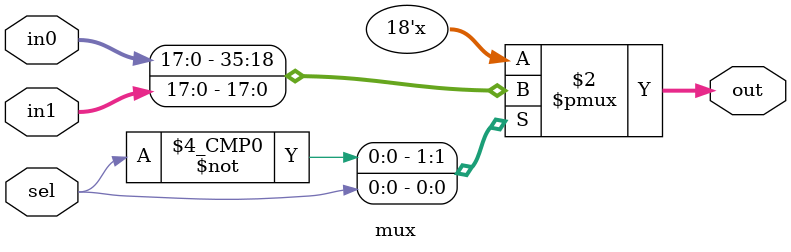
<source format=v>
module mux (in0, in1, sel, out);
parameter N = 18;
input [N-1:0] in0, in1;
input sel;
output reg [N-1:0] out;

always@(*) begin
    case (sel)
        0 : out = in0;
        1 : out = in1;
        default : out = 0;
    endcase
end
endmodule
</source>
